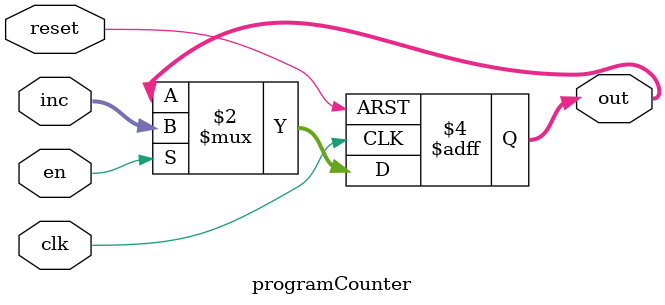
<source format=v>
module programCounter (input [4:0] inc, input clk, reset, en, output reg [4:0] out);

always @(posedge clk, posedge reset)
begin
	if(reset) out <= 5'b00000;
	else if(en)
		begin
			out <= inc;
		end
end

endmodule
</source>
